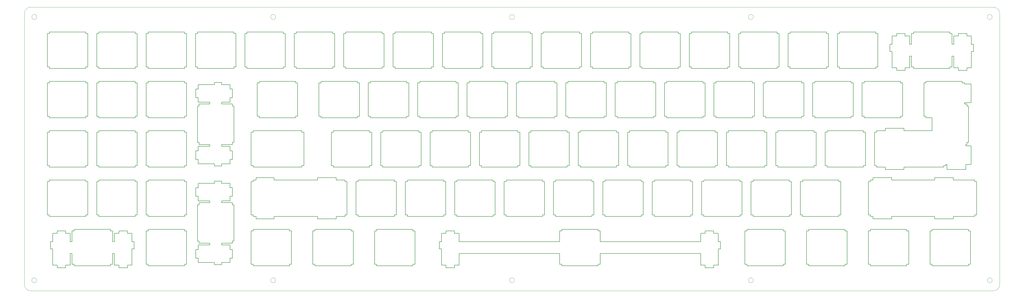
<source format=gbr>
%TF.GenerationSoftware,KiCad,Pcbnew,5.1.10-88a1d61d58~88~ubuntu21.04.1*%
%TF.CreationDate,2021-06-04T00:34:01+02:00*%
%TF.ProjectId,southpaw75-ansi-iso-plate,736f7574-6870-4617-9737-352d616e7369,rev?*%
%TF.SameCoordinates,Original*%
%TF.FileFunction,Legend,Bot*%
%TF.FilePolarity,Positive*%
%FSLAX46Y46*%
G04 Gerber Fmt 4.6, Leading zero omitted, Abs format (unit mm)*
G04 Created by KiCad (PCBNEW 5.1.10-88a1d61d58~88~ubuntu21.04.1) date 2021-06-04 00:34:01*
%MOMM*%
%LPD*%
G01*
G04 APERTURE LIST*
%TA.AperFunction,Profile*%
%ADD10C,0.196850*%
%TD*%
%TA.AperFunction,Profile*%
%ADD11C,0.200000*%
%TD*%
%TA.AperFunction,Profile*%
%ADD12C,0.050000*%
%TD*%
G04 APERTURE END LIST*
D10*
X109716639Y-135756997D02*
X109716639Y-136356400D01*
X108916000Y-136356400D02*
X108916000Y-149156885D01*
X108916000Y-136356400D02*
X109716639Y-136356400D01*
X109716639Y-149756266D02*
X109716639Y-149156885D01*
X109716639Y-149156885D02*
X108916000Y-149156885D01*
X128478591Y-135756997D02*
X109716639Y-135756997D01*
X128478591Y-135756997D02*
X128478591Y-136356400D01*
X129277873Y-136356400D02*
X128478591Y-136356400D01*
X129277873Y-149156885D02*
X129277873Y-136356400D01*
X128478591Y-149156885D02*
X129277873Y-149156885D01*
X128478591Y-149756266D02*
X128478591Y-149156885D01*
X128478591Y-149756266D02*
X109716639Y-149756266D01*
X145142157Y-168806474D02*
X145142157Y-168207093D01*
X141736364Y-154807205D02*
X145142157Y-154807205D01*
X134536366Y-153806816D02*
X134536366Y-154807205D01*
X141736364Y-153806816D02*
X134536366Y-153806816D01*
X141736364Y-154807205D02*
X141736364Y-153806816D01*
X134536366Y-169806777D02*
X134536366Y-168806474D01*
X141736364Y-169806777D02*
X134536366Y-169806777D01*
X117836299Y-168806474D02*
X134536366Y-168806474D01*
X109711639Y-155406500D02*
X109711639Y-154807205D01*
X109711639Y-168207093D02*
X108911000Y-168207093D01*
X145942947Y-155406500D02*
X145142157Y-155406500D01*
X117836299Y-154807205D02*
X134536366Y-154807205D01*
X109711639Y-168806474D02*
X110836310Y-168806474D01*
X145942947Y-168207093D02*
X145142157Y-168207093D01*
X145142157Y-154807205D02*
X145142157Y-155406500D01*
X145942947Y-155406500D02*
X145942947Y-168207093D01*
X141736364Y-168806474D02*
X141736364Y-169806777D01*
X110836310Y-154807205D02*
X109711639Y-154807205D01*
X117836299Y-169806777D02*
X110836310Y-169806777D01*
X117836299Y-168806474D02*
X117836299Y-169806777D01*
X110836310Y-153806816D02*
X110836310Y-154807205D01*
X117836299Y-153806816D02*
X110836310Y-153806816D01*
X117836299Y-154807205D02*
X117836299Y-153806816D01*
X110836310Y-169806777D02*
X110836310Y-168806474D01*
X109711639Y-168207093D02*
X109711639Y-168806474D01*
X109711639Y-155406500D02*
X108911000Y-155406500D01*
X108911000Y-155406500D02*
X108911000Y-168207093D01*
X141736364Y-168806474D02*
X145142157Y-168806474D01*
X356060480Y-168806474D02*
X372660446Y-168806474D01*
X388028900Y-168806474D02*
X379860423Y-168806474D01*
X347832005Y-154807205D02*
X348860482Y-154807205D01*
X347031000Y-155406500D02*
X347031000Y-168207093D01*
X356060480Y-153806816D02*
X356060480Y-154807205D01*
X348860482Y-153806816D02*
X356060480Y-153806816D01*
X348860482Y-154807205D02*
X348860482Y-153806816D01*
X356060480Y-169806777D02*
X356060480Y-168806474D01*
X348860482Y-169806777D02*
X356060480Y-169806777D01*
X379860423Y-153806816D02*
X372660446Y-153806816D01*
X379860423Y-154807205D02*
X379860423Y-153806816D01*
X347832005Y-155406500D02*
X347031000Y-155406500D01*
X388829905Y-168207028D02*
X388829905Y-155406457D01*
X388028900Y-168207028D02*
X388829905Y-168207028D01*
X388028900Y-154807162D02*
X388028900Y-154807205D01*
X388028900Y-168207028D02*
X388028900Y-168806431D01*
X379860423Y-154807205D02*
X388028900Y-154807162D01*
X347832005Y-155406500D02*
X347832005Y-154807205D01*
X347832005Y-168207093D02*
X347832005Y-168806474D01*
X388028900Y-155406457D02*
X388028900Y-154807162D01*
X348860482Y-168806474D02*
X348860482Y-169806777D01*
X372660446Y-169806777D02*
X372660446Y-168806474D01*
X379860423Y-169806777D02*
X372660446Y-169806777D01*
X379860423Y-168806474D02*
X379860423Y-169806777D01*
X372660446Y-153806816D02*
X372660446Y-154807205D01*
X347031000Y-168207093D02*
X347832005Y-168207093D01*
X372660446Y-154807205D02*
X356060480Y-154807205D01*
X348860482Y-168806474D02*
X347832005Y-168806474D01*
X388028900Y-155406457D02*
X388829905Y-155406457D01*
X385647932Y-126232017D02*
X385046936Y-126232017D01*
X385047841Y-141031643D02*
X384622437Y-141031643D01*
X353605680Y-134756651D02*
X360805657Y-134756651D01*
X353605680Y-135756997D02*
X353605680Y-134756651D01*
X371647953Y-135756997D02*
X371647953Y-130706304D01*
X360805657Y-134756651D02*
X360805657Y-135756997D01*
X360805657Y-149756266D02*
X376122413Y-149756266D01*
X376921415Y-149156282D02*
X376122413Y-149156282D01*
X371647953Y-135756997D02*
X360805657Y-135756997D01*
X386689921Y-117731670D02*
X384176944Y-117731670D01*
X385046936Y-125432627D02*
X384176944Y-125432627D01*
X384622437Y-141531569D02*
X385047841Y-141531569D01*
X369266966Y-130706304D02*
X371647953Y-130706304D01*
X383266945Y-117306438D02*
X384176944Y-117306438D01*
X384176944Y-124931668D02*
X384176944Y-125432627D01*
X353605680Y-149756266D02*
X350217004Y-149756266D01*
X384176944Y-124931668D02*
X386689921Y-124931668D01*
X385047841Y-141031643D02*
X385047841Y-140231285D01*
X377422460Y-150756978D02*
X384622437Y-150756978D01*
X384176944Y-117731670D02*
X384176944Y-117306438D01*
X369266966Y-117306438D02*
X369266966Y-116707036D01*
X350217004Y-135756997D02*
X353605680Y-135756997D01*
X350217004Y-149156885D02*
X350217004Y-149756266D01*
X376921415Y-148731567D02*
X376921415Y-149156282D01*
X377422460Y-148731567D02*
X376921415Y-148731567D01*
X384622437Y-141531569D02*
X384622437Y-141031643D01*
X386689921Y-124931668D02*
X386689921Y-117731670D01*
X385046936Y-125432627D02*
X385046936Y-126232017D01*
X385647932Y-140231285D02*
X385047841Y-140231285D01*
X386689921Y-148731567D02*
X386689921Y-141531569D01*
X368465962Y-117306438D02*
X368465962Y-130106923D01*
X350217004Y-136356400D02*
X349416000Y-136356400D01*
X368465962Y-117306438D02*
X369266966Y-117306438D01*
X353605680Y-149756266D02*
X353605680Y-150756612D01*
X376122413Y-149156282D02*
X376122413Y-149756266D01*
X369266966Y-116707036D02*
X383266945Y-116707036D01*
X350217004Y-136356400D02*
X350217004Y-135756997D01*
X383266945Y-116707036D02*
X383266945Y-117306438D01*
X377422460Y-148731567D02*
X377422460Y-149756266D01*
X377422460Y-149756266D02*
X377422460Y-150756978D01*
X386689921Y-141531569D02*
X385047841Y-141531569D01*
X349416000Y-136356400D02*
X349416000Y-149156885D01*
X385647932Y-126232017D02*
X385647932Y-140231285D01*
X384622437Y-150756978D02*
X384622437Y-148731567D01*
X349416000Y-149156885D02*
X350217004Y-149156885D01*
X353605680Y-150756612D02*
X360805657Y-150756612D01*
X360805657Y-150756612D02*
X360805657Y-149756266D01*
X384622437Y-148731567D02*
X386689921Y-148731567D01*
X369266966Y-130106923D02*
X368465962Y-130106923D01*
X369266966Y-130706304D02*
X369266966Y-130106923D01*
D11*
X147522000Y-187855860D02*
X147522000Y-187256420D01*
X133521000Y-187855860D02*
X147522000Y-187855860D01*
X133521000Y-187256420D02*
X133521000Y-187855860D01*
X132722000Y-187256420D02*
X133521000Y-187256420D01*
X132722000Y-174455800D02*
X132722000Y-187256420D01*
X133521000Y-174455800D02*
X132722000Y-174455800D01*
X133521000Y-173856400D02*
X133521000Y-174455800D01*
X171334000Y-173856400D02*
X157335000Y-173856400D01*
X171334000Y-174455800D02*
X171334000Y-173856400D01*
X172135000Y-174455800D02*
X171334000Y-174455800D01*
X172135000Y-187256420D02*
X172135000Y-174455800D01*
X171334000Y-187256420D02*
X172135000Y-187256420D01*
X171334000Y-187855860D02*
X171334000Y-187256420D01*
X157335000Y-187855860D02*
X171334000Y-187855860D01*
X157335000Y-187256420D02*
X157335000Y-187855860D01*
X156534000Y-187256420D02*
X157335000Y-187256420D01*
X156534000Y-174455800D02*
X156534000Y-187256420D01*
X157335000Y-174455800D02*
X156534000Y-174455800D01*
X157335000Y-173856400D02*
X157335000Y-174455800D01*
X314209000Y-173856400D02*
X300210000Y-173856400D01*
X314209000Y-174455800D02*
X314209000Y-173856400D01*
X315010000Y-174455800D02*
X314209000Y-174455800D01*
X315010000Y-187256420D02*
X315010000Y-174455800D01*
X314209000Y-187256420D02*
X315010000Y-187256420D01*
X314209000Y-187855860D02*
X314209000Y-187256420D01*
X300210000Y-187855860D02*
X314209000Y-187855860D01*
X300210000Y-187256420D02*
X300210000Y-187855860D01*
X299409000Y-187256420D02*
X300210000Y-187256420D01*
X299409000Y-174455800D02*
X299409000Y-187256420D01*
X300210000Y-174455800D02*
X299409000Y-174455800D01*
X300210000Y-173856400D02*
X300210000Y-174455800D01*
X338022000Y-173856400D02*
X324021000Y-173856400D01*
X338022000Y-174455800D02*
X338022000Y-173856400D01*
X338821000Y-174455800D02*
X338022000Y-174455800D01*
X338821000Y-187256420D02*
X338821000Y-174455800D01*
X338022000Y-187256420D02*
X338821000Y-187256420D01*
X338022000Y-187855860D02*
X338022000Y-187256420D01*
X324021000Y-187855860D02*
X338022000Y-187855860D01*
X324021000Y-187256420D02*
X324021000Y-187855860D01*
X323222000Y-187256420D02*
X324021000Y-187256420D01*
X323222000Y-174455800D02*
X323222000Y-187256420D01*
X324021000Y-174455800D02*
X323222000Y-174455800D01*
X324021000Y-173856400D02*
X324021000Y-174455800D01*
X361834000Y-173856400D02*
X347835000Y-173856400D01*
X361834000Y-174455800D02*
X361834000Y-173856400D01*
X362635000Y-174455800D02*
X361834000Y-174455800D01*
X362635000Y-187256420D02*
X362635000Y-174455800D01*
X361834000Y-187256420D02*
X362635000Y-187256420D01*
X361834000Y-187855860D02*
X361834000Y-187256420D01*
X347835000Y-187855860D02*
X361834000Y-187855860D01*
X347835000Y-187256420D02*
X347835000Y-187855860D01*
X347034000Y-187256420D02*
X347835000Y-187256420D01*
X347034000Y-174455800D02*
X347034000Y-187256420D01*
X347835000Y-174455800D02*
X347034000Y-174455800D01*
X347835000Y-173856400D02*
X347835000Y-174455800D01*
X385647000Y-173856400D02*
X371646000Y-173856400D01*
X385647000Y-174455800D02*
X385647000Y-173856400D01*
X386448000Y-174455800D02*
X385647000Y-174455800D01*
X386448000Y-187256420D02*
X386448000Y-174455800D01*
X385647000Y-187256420D02*
X386448000Y-187256420D01*
X385647000Y-187855860D02*
X385647000Y-187256420D01*
X371646000Y-187855860D02*
X385647000Y-187855860D01*
X371646000Y-187256420D02*
X371646000Y-187855860D01*
X370847000Y-187256420D02*
X371646000Y-187256420D01*
X370847000Y-174455800D02*
X370847000Y-187256420D01*
X371646000Y-174455800D02*
X370847000Y-174455800D01*
X371646000Y-173856400D02*
X371646000Y-174455800D01*
X54653100Y-173856400D02*
X40653700Y-173856400D01*
X54653100Y-174455800D02*
X54653100Y-173856400D01*
X55453800Y-174455800D02*
X54653100Y-174455800D01*
X55453800Y-178556900D02*
X55453800Y-174455800D01*
X56178600Y-178556900D02*
X55453800Y-178556900D01*
X56178600Y-175326700D02*
X56178600Y-178556900D01*
X57903900Y-175326700D02*
X56178600Y-175326700D01*
X57903900Y-174404800D02*
X57903900Y-175326700D01*
X61203000Y-174404800D02*
X57903900Y-174404800D01*
X61203000Y-175326700D02*
X61203000Y-174404800D01*
X62928300Y-175326700D02*
X61203000Y-175326700D01*
X62928300Y-178556900D02*
X62928300Y-175326700D01*
X63753700Y-178556900D02*
X62928300Y-178556900D01*
X63753700Y-181355660D02*
X63753700Y-178556900D01*
X62928300Y-181355660D02*
X63753700Y-181355660D01*
X62928300Y-187625730D02*
X62928300Y-181355660D01*
X61203000Y-187625730D02*
X62928300Y-187625730D01*
X61203000Y-188606890D02*
X61203000Y-187625730D01*
X100809000Y-119681400D02*
X100809000Y-117956300D01*
X101728400Y-119681400D02*
X100809000Y-119681400D01*
X101728400Y-122980600D02*
X101728400Y-119681400D01*
X100809000Y-122980600D02*
X101728400Y-122980600D01*
X100809000Y-124706001D02*
X100809000Y-122980600D01*
X97579000Y-124706001D02*
X100809000Y-124706001D01*
X97579000Y-125430600D02*
X97579000Y-124706001D01*
X101678600Y-125430600D02*
X97579000Y-125430600D01*
X101678600Y-126231400D02*
X101678600Y-125430600D01*
X102278000Y-126231400D02*
X101678600Y-126231400D01*
X102278000Y-140230700D02*
X102278000Y-126231400D01*
X101678600Y-140230700D02*
X102278000Y-140230700D01*
X101678600Y-141031500D02*
X101678600Y-140230700D01*
X97579000Y-141031500D02*
X101678600Y-141031500D01*
X97579000Y-141756500D02*
X97579000Y-141031500D01*
X100809000Y-141756500D02*
X97579000Y-141756500D01*
X100809000Y-143481600D02*
X100809000Y-141756500D01*
X101728400Y-143481600D02*
X100809000Y-143481600D01*
X101728400Y-146780800D02*
X101728400Y-143481600D01*
X100809000Y-146780800D02*
X101728400Y-146780800D01*
X100809000Y-148505800D02*
X100809000Y-146780800D01*
X97579000Y-148505800D02*
X100809000Y-148505800D01*
X97579000Y-149331300D02*
X97579000Y-148505800D01*
X94778999Y-149331300D02*
X97579000Y-149331300D01*
X94778999Y-148505800D02*
X94778999Y-149331300D01*
X88508700Y-148505800D02*
X94778999Y-148505800D01*
X88508700Y-146780800D02*
X88508700Y-148505800D01*
X87529100Y-146780800D02*
X88508700Y-146780800D01*
X87529100Y-143481600D02*
X87529100Y-146780800D01*
X88508700Y-143481600D02*
X87529100Y-143481600D01*
X88508700Y-141756500D02*
X88508700Y-143481600D01*
X92979100Y-141756500D02*
X88508700Y-141756500D01*
X92979100Y-141031500D02*
X92979100Y-141756500D01*
X88878100Y-141031500D02*
X92979100Y-141031500D01*
X88878100Y-140230700D02*
X88878100Y-141031500D01*
X88278700Y-140230700D02*
X88878100Y-140230700D01*
X88278700Y-126231400D02*
X88278700Y-140230700D01*
X88878100Y-126231400D02*
X88278700Y-126231400D01*
X88878100Y-125430600D02*
X88878100Y-126231400D01*
X92979100Y-125430600D02*
X88878100Y-125430600D01*
X92979100Y-124706001D02*
X92979100Y-125430600D01*
X88508700Y-124706001D02*
X92979100Y-124706001D01*
X88508700Y-122980600D02*
X88508700Y-124706001D01*
X87529100Y-122980600D02*
X88508700Y-122980600D01*
X87529100Y-119681400D02*
X87529100Y-122980600D01*
X88508700Y-119681400D02*
X87529100Y-119681400D01*
X88508700Y-117956300D02*
X88508700Y-119681400D01*
X94778999Y-117956300D02*
X88508700Y-117956300D01*
X94778999Y-117130800D02*
X94778999Y-117956300D01*
X45128200Y-135756400D02*
X31128650Y-135756400D01*
X45128200Y-136355800D02*
X45128200Y-135756400D01*
X45928800Y-136355800D02*
X45128200Y-136355800D01*
X45928800Y-149156400D02*
X45928800Y-136355800D01*
X45128200Y-149156400D02*
X45928800Y-149156400D01*
X45128200Y-149755700D02*
X45128200Y-149156400D01*
X31128650Y-149755700D02*
X45128200Y-149755700D01*
X31128650Y-149156400D02*
X31128650Y-149755700D01*
X30328010Y-149156400D02*
X31128650Y-149156400D01*
X30328010Y-136355800D02*
X30328010Y-149156400D01*
X31128650Y-136355800D02*
X30328010Y-136355800D01*
X31128650Y-135756400D02*
X31128650Y-136355800D01*
X64178000Y-135756400D02*
X50178700Y-135756400D01*
X64178000Y-136355800D02*
X64178000Y-135756400D01*
X64978800Y-136355800D02*
X64178000Y-136355800D01*
X64978800Y-149156400D02*
X64978800Y-136355800D01*
X64178000Y-149156400D02*
X64978800Y-149156400D01*
X64178000Y-149755700D02*
X64178000Y-149156400D01*
X50178700Y-149755700D02*
X64178000Y-149755700D01*
X50178700Y-149156400D02*
X50178700Y-149755700D01*
X49378000Y-149156400D02*
X50178700Y-149156400D01*
X49378000Y-136355800D02*
X49378000Y-149156400D01*
X50178700Y-136355800D02*
X49378000Y-136355800D01*
X50178700Y-135756400D02*
X50178700Y-136355800D01*
X83228000Y-135756400D02*
X69228700Y-135756400D01*
X83228000Y-136355800D02*
X83228000Y-135756400D01*
X84028800Y-136355800D02*
X83228000Y-136355800D01*
X84028800Y-149156400D02*
X84028800Y-136355800D01*
X83228000Y-149156400D02*
X84028800Y-149156400D01*
X83228000Y-149755700D02*
X83228000Y-149156400D01*
X69228700Y-149755700D02*
X83228000Y-149755700D01*
X69228700Y-149156400D02*
X69228700Y-149755700D01*
X68427900Y-149156400D02*
X69228700Y-149156400D01*
X68427900Y-136355800D02*
X68427900Y-149156400D01*
X69228700Y-136355800D02*
X68427900Y-136355800D01*
X69228700Y-135756400D02*
X69228700Y-136355800D01*
X154666000Y-135756400D02*
X140666000Y-135756400D01*
X154666000Y-136355800D02*
X154666000Y-135756400D01*
X155465000Y-136355800D02*
X154666000Y-136355800D01*
X155465000Y-149156400D02*
X155465000Y-136355800D01*
X154666000Y-149156400D02*
X155465000Y-149156400D01*
X154666000Y-149755700D02*
X154666000Y-149156400D01*
X140666000Y-149755700D02*
X154666000Y-149755700D01*
X140666000Y-149156400D02*
X140666000Y-149755700D01*
X139865000Y-149156400D02*
X140666000Y-149156400D01*
X139865000Y-136355800D02*
X139865000Y-149156400D01*
X140666000Y-136355800D02*
X139865000Y-136355800D01*
X140666000Y-135756400D02*
X140666000Y-136355800D01*
X173716000Y-135756400D02*
X159716000Y-135756400D01*
X173716000Y-136355800D02*
X173716000Y-135756400D01*
X174515000Y-136355800D02*
X173716000Y-136355800D01*
X174515000Y-149156400D02*
X174515000Y-136355800D01*
X173716000Y-149156400D02*
X174515000Y-149156400D01*
X173716000Y-149755700D02*
X173716000Y-149156400D01*
X159716000Y-149755700D02*
X173716000Y-149755700D01*
X159716000Y-149156400D02*
X159716000Y-149755700D01*
X158915000Y-149156400D02*
X159716000Y-149156400D01*
X158915000Y-136355800D02*
X158915000Y-149156400D01*
X159716000Y-136355800D02*
X158915000Y-136355800D01*
X159716000Y-135756400D02*
X159716000Y-136355800D01*
X192766000Y-135756400D02*
X178766000Y-135756400D01*
X192766000Y-136355800D02*
X192766000Y-135756400D01*
X193565000Y-136355800D02*
X192766000Y-136355800D01*
X193565000Y-149156400D02*
X193565000Y-136355800D01*
X192766000Y-149156400D02*
X193565000Y-149156400D01*
X192766000Y-149755700D02*
X192766000Y-149156400D01*
X178766000Y-149755700D02*
X192766000Y-149755700D01*
X178766000Y-149156400D02*
X178766000Y-149755700D01*
X177965000Y-149156400D02*
X178766000Y-149156400D01*
X177965000Y-136355800D02*
X177965000Y-149156400D01*
X178766000Y-136355800D02*
X177965000Y-136355800D01*
X178766000Y-135756400D02*
X178766000Y-136355800D01*
X211816000Y-135756400D02*
X197816000Y-135756400D01*
X211816000Y-136355800D02*
X211816000Y-135756400D01*
X212615000Y-136355800D02*
X211816000Y-136355800D01*
X212615000Y-149156400D02*
X212615000Y-136355800D01*
X211816000Y-149156400D02*
X212615000Y-149156400D01*
X211816000Y-149755700D02*
X211816000Y-149156400D01*
X197816000Y-149755700D02*
X211816000Y-149755700D01*
X197816000Y-149156400D02*
X197816000Y-149755700D01*
X197015000Y-149156400D02*
X197816000Y-149156400D01*
X197015000Y-136355800D02*
X197015000Y-149156400D01*
X197816000Y-136355800D02*
X197015000Y-136355800D01*
X197816000Y-135756400D02*
X197816000Y-136355800D01*
X230866000Y-135756400D02*
X216866000Y-135756400D01*
X230866000Y-136355800D02*
X230866000Y-135756400D01*
X231665000Y-136355800D02*
X230866000Y-136355800D01*
X231665000Y-149156400D02*
X231665000Y-136355800D01*
X230866000Y-149156400D02*
X231665000Y-149156400D01*
X230866000Y-149755700D02*
X230866000Y-149156400D01*
X216866000Y-149755700D02*
X230866000Y-149755700D01*
X216866000Y-149156400D02*
X216866000Y-149755700D01*
X216065000Y-149156400D02*
X216866000Y-149156400D01*
X216065000Y-136355800D02*
X216065000Y-149156400D01*
X216866000Y-136355800D02*
X216065000Y-136355800D01*
X216866000Y-135756400D02*
X216866000Y-136355800D01*
X249916000Y-135756400D02*
X235916000Y-135756400D01*
X249916000Y-136355800D02*
X249916000Y-135756400D01*
X250715000Y-136355800D02*
X249916000Y-136355800D01*
X250715000Y-149156400D02*
X250715000Y-136355800D01*
X249916000Y-149156400D02*
X250715000Y-149156400D01*
X249916000Y-149755700D02*
X249916000Y-149156400D01*
X235916000Y-149755700D02*
X249916000Y-149755700D01*
X235916000Y-149156400D02*
X235916000Y-149755700D01*
X235115000Y-149156400D02*
X235916000Y-149156400D01*
X235115000Y-136355800D02*
X235115000Y-149156400D01*
X235916000Y-136355800D02*
X235115000Y-136355800D01*
X235916000Y-135756400D02*
X235916000Y-136355800D01*
X268966000Y-135756400D02*
X254966000Y-135756400D01*
X268966000Y-136355800D02*
X268966000Y-135756400D01*
X269765000Y-136355800D02*
X268966000Y-136355800D01*
X269765000Y-149156400D02*
X269765000Y-136355800D01*
X268966000Y-149156400D02*
X269765000Y-149156400D01*
X268966000Y-149755700D02*
X268966000Y-149156400D01*
X254966000Y-149755700D02*
X268966000Y-149755700D01*
X254966000Y-149156400D02*
X254966000Y-149755700D01*
X254165000Y-149156400D02*
X254966000Y-149156400D01*
X254165000Y-136355800D02*
X254165000Y-149156400D01*
X254966000Y-136355800D02*
X254165000Y-136355800D01*
X254966000Y-135756400D02*
X254966000Y-136355800D01*
X288016000Y-135756400D02*
X274016000Y-135756400D01*
X288016000Y-136355800D02*
X288016000Y-135756400D01*
X288814999Y-136355800D02*
X288016000Y-136355800D01*
X288814999Y-149156400D02*
X288814999Y-136355800D01*
X288016000Y-149156400D02*
X288814999Y-149156400D01*
X288016000Y-149755700D02*
X288016000Y-149156400D01*
X274016000Y-149755700D02*
X288016000Y-149755700D01*
X274016000Y-149156400D02*
X274016000Y-149755700D01*
X273215000Y-149156400D02*
X274016000Y-149156400D01*
X273215000Y-136355800D02*
X273215000Y-149156400D01*
X274016000Y-136355800D02*
X273215000Y-136355800D01*
X274016000Y-135756400D02*
X274016000Y-136355800D01*
X307066000Y-135756400D02*
X293066000Y-135756400D01*
X307066000Y-136355800D02*
X307066000Y-135756400D01*
X307865000Y-136355800D02*
X307066000Y-136355800D01*
X307865000Y-149156400D02*
X307865000Y-136355800D01*
X307066000Y-149156400D02*
X307865000Y-149156400D01*
X307066000Y-149755700D02*
X307066000Y-149156400D01*
X293066000Y-149755700D02*
X307066000Y-149755700D01*
X293066000Y-149156400D02*
X293066000Y-149755700D01*
X292264999Y-149156400D02*
X293066000Y-149156400D01*
X292264999Y-136355800D02*
X292264999Y-149156400D01*
X293066000Y-136355800D02*
X292264999Y-136355800D01*
X293066000Y-135756400D02*
X293066000Y-136355800D01*
X326116000Y-135756400D02*
X312116000Y-135756400D01*
X326116000Y-136355800D02*
X326116000Y-135756400D01*
X326915000Y-136355800D02*
X326116000Y-136355800D01*
X326915000Y-149156400D02*
X326915000Y-136355800D01*
X326116000Y-149156400D02*
X326915000Y-149156400D01*
X326116000Y-149755700D02*
X326116000Y-149156400D01*
X312116000Y-149755700D02*
X326116000Y-149755700D01*
X312116000Y-149156400D02*
X312116000Y-149755700D01*
X311315000Y-149156400D02*
X312116000Y-149156400D01*
X311315000Y-136355800D02*
X311315000Y-149156400D01*
X312116000Y-136355800D02*
X311315000Y-136355800D01*
X312116000Y-135756400D02*
X312116000Y-136355800D01*
X345166000Y-135756400D02*
X331166000Y-135756400D01*
X345166000Y-136355800D02*
X345166000Y-135756400D01*
X345965000Y-136355800D02*
X345166000Y-136355800D01*
X345965000Y-149156400D02*
X345965000Y-136355800D01*
X345166000Y-149156400D02*
X345965000Y-149156400D01*
X345166000Y-149755700D02*
X345166000Y-149156400D01*
X331166000Y-149755700D02*
X345166000Y-149755700D01*
X331166000Y-149156400D02*
X331166000Y-149755700D01*
X330365000Y-149156400D02*
X331166000Y-149156400D01*
X330365000Y-136355800D02*
X330365000Y-149156400D01*
X331166000Y-136355800D02*
X330365000Y-136355800D01*
X331166000Y-135756400D02*
X331166000Y-136355800D01*
X311828000Y-111056400D02*
X312629000Y-111056400D01*
X311828000Y-111655700D02*
X311828000Y-111056400D01*
X297829000Y-111655700D02*
X311828000Y-111655700D01*
X297829000Y-111056400D02*
X297829000Y-111655700D01*
X297028000Y-111056400D02*
X297829000Y-111056400D01*
X297028000Y-98255800D02*
X297028000Y-111056400D01*
X297829000Y-98255800D02*
X297028000Y-98255800D01*
X297829000Y-97656400D02*
X297829000Y-98255800D01*
X330878000Y-97656400D02*
X316879000Y-97656400D01*
X330878000Y-98255800D02*
X330878000Y-97656400D01*
X331679000Y-98255800D02*
X330878000Y-98255800D01*
X331679000Y-111056400D02*
X331679000Y-98255800D01*
X330878000Y-111056400D02*
X331679000Y-111056400D01*
X330878000Y-111655700D02*
X330878000Y-111056400D01*
X316879000Y-111655700D02*
X330878000Y-111655700D01*
X316879000Y-111056400D02*
X316879000Y-111655700D01*
X316078000Y-111056400D02*
X316879000Y-111056400D01*
X316078000Y-98255800D02*
X316078000Y-111056400D01*
X316879000Y-98255800D02*
X316078000Y-98255800D01*
X316879000Y-97656400D02*
X316879000Y-98255800D01*
X349928000Y-97656400D02*
X335929000Y-97656400D01*
X349928000Y-98255800D02*
X349928000Y-97656400D01*
X350729000Y-98255800D02*
X349928000Y-98255800D01*
X350729000Y-111056400D02*
X350729000Y-98255800D01*
X349928000Y-111056400D02*
X350729000Y-111056400D01*
X349928000Y-111655700D02*
X349928000Y-111056400D01*
X335929000Y-111655700D02*
X349928000Y-111655700D01*
X335929000Y-111056400D02*
X335929000Y-111655700D01*
X335128000Y-111056400D02*
X335929000Y-111056400D01*
X335128000Y-98255800D02*
X335128000Y-111056400D01*
X335929000Y-98255800D02*
X335128000Y-98255800D01*
X335929000Y-97656400D02*
X335929000Y-98255800D01*
X378503000Y-97656400D02*
X364504000Y-97656400D01*
X378503000Y-98255800D02*
X378503000Y-97656400D01*
X379304000Y-98255800D02*
X378503000Y-98255800D01*
X379304000Y-102356900D02*
X379304000Y-98255800D01*
X380029000Y-102356900D02*
X379304000Y-102356900D01*
X380029000Y-99126800D02*
X380029000Y-102356900D01*
X381752000Y-99126800D02*
X380029000Y-99126800D01*
X381752000Y-98204700D02*
X381752000Y-99126800D01*
X385054000Y-98204700D02*
X381752000Y-98204700D01*
X385054000Y-99126800D02*
X385054000Y-98204700D01*
X386780000Y-99126800D02*
X385054000Y-99126800D01*
X386780000Y-102356900D02*
X386780000Y-99126800D01*
X387605000Y-102356900D02*
X386780000Y-102356900D01*
X387605000Y-105155800D02*
X387605000Y-102356900D01*
X386780000Y-105155800D02*
X387605000Y-105155800D01*
X386780000Y-111425700D02*
X386780000Y-105155800D01*
X385054000Y-111425700D02*
X386780000Y-111425700D01*
X385054000Y-112406800D02*
X385054000Y-111425700D01*
X381752000Y-112406800D02*
X385054000Y-112406800D01*
X381752000Y-111425700D02*
X381752000Y-112406800D01*
X380029000Y-111425700D02*
X381752000Y-111425700D01*
X380029000Y-106956700D02*
X380029000Y-111425700D01*
X379304000Y-106956700D02*
X380029000Y-106956700D01*
X379304000Y-111056400D02*
X379304000Y-106956700D01*
X378503000Y-111056400D02*
X379304000Y-111056400D01*
X378503000Y-111655700D02*
X378503000Y-111056400D01*
X364504000Y-111655700D02*
X378503000Y-111655700D01*
X364504000Y-111056400D02*
X364504000Y-111655700D01*
X363703000Y-111056400D02*
X364504000Y-111056400D01*
X363703000Y-106956700D02*
X363703000Y-111056400D01*
X362978000Y-106956700D02*
X363703000Y-106956700D01*
X362978000Y-111425700D02*
X362978000Y-106956700D01*
X361253000Y-111425700D02*
X362978000Y-111425700D01*
X361253000Y-112406800D02*
X361253000Y-111425700D01*
X357954000Y-112406800D02*
X361253000Y-112406800D01*
X357954000Y-111425700D02*
X357954000Y-112406800D01*
X356229000Y-111425700D02*
X357954000Y-111425700D01*
X356229000Y-105155800D02*
X356229000Y-111425700D01*
X355403000Y-105155800D02*
X356229000Y-105155800D01*
X355403000Y-102356900D02*
X355403000Y-105155800D01*
X356229000Y-102356900D02*
X355403000Y-102356900D01*
X356229000Y-99126800D02*
X356229000Y-102356900D01*
X357954000Y-99126800D02*
X356229000Y-99126800D01*
X357954000Y-98204700D02*
X357954000Y-99126800D01*
X361253000Y-98204700D02*
X357954000Y-98204700D01*
X361253000Y-99126800D02*
X361253000Y-98204700D01*
X362978000Y-99126800D02*
X361253000Y-99126800D01*
X362978000Y-102356900D02*
X362978000Y-99126800D01*
X363703000Y-102356900D02*
X362978000Y-102356900D01*
X363703000Y-98255800D02*
X363703000Y-102356900D01*
X364504000Y-98255800D02*
X363703000Y-98255800D01*
X364504000Y-97656400D02*
X364504000Y-98255800D01*
X45128200Y-116706400D02*
X31128650Y-116706400D01*
X45128200Y-117305800D02*
X45128200Y-116706400D01*
X45928800Y-117305800D02*
X45128200Y-117305800D01*
X45928800Y-130106400D02*
X45928800Y-117305800D01*
X45128200Y-130106400D02*
X45928800Y-130106400D01*
X45128200Y-130705700D02*
X45128200Y-130106400D01*
X31128650Y-130705700D02*
X45128200Y-130705700D01*
X31128650Y-130106400D02*
X31128650Y-130705700D01*
X30328010Y-130106400D02*
X31128650Y-130106400D01*
X30328010Y-117305800D02*
X30328010Y-130106400D01*
X31128650Y-117305800D02*
X30328010Y-117305800D01*
X31128650Y-116706400D02*
X31128650Y-117305800D01*
X64178000Y-116706400D02*
X50178700Y-116706400D01*
X64178000Y-117305800D02*
X64178000Y-116706400D01*
X64978800Y-117305800D02*
X64178000Y-117305800D01*
X64978800Y-130106400D02*
X64978800Y-117305800D01*
X64178000Y-130106400D02*
X64978800Y-130106400D01*
X64178000Y-130705700D02*
X64178000Y-130106400D01*
X50178700Y-130705700D02*
X64178000Y-130705700D01*
X50178700Y-130106400D02*
X50178700Y-130705700D01*
X49378000Y-130106400D02*
X50178700Y-130106400D01*
X49378000Y-117305800D02*
X49378000Y-130106400D01*
X50178700Y-117305800D02*
X49378000Y-117305800D01*
X50178700Y-116706400D02*
X50178700Y-117305800D01*
X83228000Y-116706400D02*
X69228700Y-116706400D01*
X83228000Y-117305800D02*
X83228000Y-116706400D01*
X84028800Y-117305800D02*
X83228000Y-117305800D01*
X84028800Y-130106400D02*
X84028800Y-117305800D01*
X83228000Y-130106400D02*
X84028800Y-130106400D01*
X83228000Y-130705700D02*
X83228000Y-130106400D01*
X69228700Y-130705700D02*
X83228000Y-130705700D01*
X69228700Y-130106400D02*
X69228700Y-130705700D01*
X68427900Y-130106400D02*
X69228700Y-130106400D01*
X68427900Y-117305800D02*
X68427900Y-130106400D01*
X69228700Y-117305800D02*
X68427900Y-117305800D01*
X69228700Y-116706400D02*
X69228700Y-117305800D01*
X126090500Y-116706400D02*
X112091200Y-116706400D01*
X126090500Y-117305800D02*
X126090500Y-116706400D01*
X126889900Y-117305800D02*
X126090500Y-117305800D01*
X126889900Y-130106400D02*
X126889900Y-117305800D01*
X126090500Y-130106400D02*
X126889900Y-130106400D01*
X126090500Y-130705700D02*
X126090500Y-130106400D01*
X112091200Y-130705700D02*
X126090500Y-130705700D01*
X112091200Y-130106400D02*
X112091200Y-130705700D01*
X111290400Y-130106400D02*
X112091200Y-130106400D01*
X111290400Y-117305800D02*
X111290400Y-130106400D01*
X112091200Y-117305800D02*
X111290400Y-117305800D01*
X112091200Y-116706400D02*
X112091200Y-117305800D01*
X149903000Y-116706400D02*
X135904000Y-116706400D01*
X149903000Y-117305800D02*
X149903000Y-116706400D01*
X150704000Y-117305800D02*
X149903000Y-117305800D01*
X150704000Y-130106400D02*
X150704000Y-117305800D01*
X149903000Y-130106400D02*
X150704000Y-130106400D01*
X149903000Y-130705700D02*
X149903000Y-130106400D01*
X135904000Y-130705700D02*
X149903000Y-130705700D01*
X135904000Y-130106400D02*
X135904000Y-130705700D01*
X135103000Y-130106400D02*
X135904000Y-130106400D01*
X135103000Y-117305800D02*
X135103000Y-130106400D01*
X135904000Y-117305800D02*
X135103000Y-117305800D01*
X135904000Y-116706400D02*
X135904000Y-117305800D01*
X168953000Y-116706400D02*
X154954000Y-116706400D01*
X168953000Y-117305800D02*
X168953000Y-116706400D01*
X169754000Y-117305800D02*
X168953000Y-117305800D01*
X45128200Y-154806500D02*
X31128650Y-154806500D01*
X45128200Y-155405800D02*
X45128200Y-154806500D01*
X45928800Y-155405800D02*
X45128200Y-155405800D01*
X45928800Y-168206400D02*
X45928800Y-155405800D01*
X45128200Y-168206400D02*
X45928800Y-168206400D01*
X45128200Y-168805900D02*
X45128200Y-168206400D01*
X31128650Y-168805900D02*
X45128200Y-168805900D01*
X31128650Y-168206400D02*
X31128650Y-168805900D01*
X30328010Y-168206400D02*
X31128650Y-168206400D01*
X30328010Y-155405800D02*
X30328010Y-168206400D01*
X31128650Y-155405800D02*
X30328010Y-155405800D01*
X31128650Y-154806500D02*
X31128650Y-155405800D01*
X64178000Y-154806500D02*
X50178700Y-154806500D01*
X64178000Y-155405800D02*
X64178000Y-154806500D01*
X64978800Y-155405800D02*
X64178000Y-155405800D01*
X64978800Y-168206400D02*
X64978800Y-155405800D01*
X64178000Y-168206400D02*
X64978800Y-168206400D01*
X64178000Y-168805900D02*
X64178000Y-168206400D01*
X50178700Y-168805900D02*
X64178000Y-168805900D01*
X50178700Y-168206400D02*
X50178700Y-168805900D01*
X49378000Y-168206400D02*
X50178700Y-168206400D01*
X49378000Y-155405800D02*
X49378000Y-168206400D01*
X50178700Y-155405800D02*
X49378000Y-155405800D01*
X50178700Y-154806500D02*
X50178700Y-155405800D01*
X83228000Y-154806500D02*
X69228700Y-154806500D01*
X83228000Y-155405800D02*
X83228000Y-154806500D01*
X84028800Y-155405800D02*
X83228000Y-155405800D01*
X84028800Y-168206400D02*
X84028800Y-155405800D01*
X83228000Y-168206400D02*
X84028800Y-168206400D01*
X83228000Y-168805900D02*
X83228000Y-168206400D01*
X69228700Y-168805900D02*
X83228000Y-168805900D01*
X69228700Y-168206400D02*
X69228700Y-168805900D01*
X68427900Y-168206400D02*
X69228700Y-168206400D01*
X68427900Y-155405800D02*
X68427900Y-168206400D01*
X69228700Y-155405800D02*
X68427900Y-155405800D01*
X69228700Y-154806500D02*
X69228700Y-155405800D01*
X164191000Y-154806500D02*
X150191000Y-154806500D01*
X164191000Y-155405800D02*
X164191000Y-154806500D01*
X164990000Y-155405800D02*
X164191000Y-155405800D01*
X164990000Y-168206400D02*
X164990000Y-155405800D01*
X164191000Y-168206400D02*
X164990000Y-168206400D01*
X164191000Y-168805900D02*
X164191000Y-168206400D01*
X150191000Y-168805900D02*
X164191000Y-168805900D01*
X150191000Y-168206400D02*
X150191000Y-168805900D01*
X149390000Y-168206400D02*
X150191000Y-168206400D01*
X149390000Y-155405800D02*
X149390000Y-168206400D01*
X150191000Y-155405800D02*
X149390000Y-155405800D01*
X150191000Y-154806500D02*
X150191000Y-155405800D01*
X183241000Y-154806500D02*
X169241000Y-154806500D01*
X183241000Y-155405800D02*
X183241000Y-154806500D01*
X184040000Y-155405800D02*
X183241000Y-155405800D01*
X184040000Y-168206400D02*
X184040000Y-155405800D01*
X183241000Y-168206400D02*
X184040000Y-168206400D01*
X183241000Y-168805900D02*
X183241000Y-168206400D01*
X169241000Y-168805900D02*
X183241000Y-168805900D01*
X169241000Y-168206400D02*
X169241000Y-168805900D01*
X168440000Y-168206400D02*
X169241000Y-168206400D01*
X168440000Y-155405800D02*
X168440000Y-168206400D01*
X169241000Y-155405800D02*
X168440000Y-155405800D01*
X169241000Y-154806500D02*
X169241000Y-155405800D01*
X202291000Y-154806500D02*
X188291000Y-154806500D01*
X202291000Y-155405800D02*
X202291000Y-154806500D01*
X203090000Y-155405800D02*
X202291000Y-155405800D01*
X203090000Y-168206400D02*
X203090000Y-155405800D01*
X202291000Y-168206400D02*
X203090000Y-168206400D01*
X202291000Y-168805900D02*
X202291000Y-168206400D01*
X188291000Y-168805900D02*
X202291000Y-168805900D01*
X188291000Y-168206400D02*
X188291000Y-168805900D01*
X187490000Y-168206400D02*
X188291000Y-168206400D01*
X187490000Y-155405800D02*
X187490000Y-168206400D01*
X188291000Y-155405800D02*
X187490000Y-155405800D01*
X188291000Y-154806500D02*
X188291000Y-155405800D01*
X221341000Y-154806500D02*
X207341000Y-154806500D01*
X221341000Y-155405800D02*
X221341000Y-154806500D01*
X222140000Y-155405800D02*
X221341000Y-155405800D01*
X222140000Y-168206400D02*
X222140000Y-155405800D01*
X221341000Y-168206400D02*
X222140000Y-168206400D01*
X221341000Y-168805900D02*
X221341000Y-168206400D01*
X207341000Y-168805900D02*
X221341000Y-168805900D01*
X207341000Y-168206400D02*
X207341000Y-168805900D01*
X206540000Y-168206400D02*
X207341000Y-168206400D01*
X206540000Y-155405800D02*
X206540000Y-168206400D01*
X207341000Y-155405800D02*
X206540000Y-155405800D01*
X207341000Y-154806500D02*
X207341000Y-155405800D01*
X240391000Y-154806500D02*
X226391000Y-154806500D01*
X240391000Y-155405800D02*
X240391000Y-154806500D01*
X241190000Y-155405800D02*
X240391000Y-155405800D01*
X241190000Y-168206400D02*
X241190000Y-155405800D01*
X240391000Y-168206400D02*
X241190000Y-168206400D01*
X240391000Y-168805900D02*
X240391000Y-168206400D01*
X226391000Y-168805900D02*
X240391000Y-168805900D01*
X226391000Y-168206400D02*
X226391000Y-168805900D01*
X225590000Y-168206400D02*
X226391000Y-168206400D01*
X225590000Y-155405800D02*
X225590000Y-168206400D01*
X226391000Y-155405800D02*
X225590000Y-155405800D01*
X226391000Y-154806500D02*
X226391000Y-155405800D01*
X259441000Y-154806500D02*
X245441000Y-154806500D01*
X259441000Y-155405800D02*
X259441000Y-154806500D01*
X260240000Y-155405800D02*
X259441000Y-155405800D01*
X260240000Y-168206400D02*
X260240000Y-155405800D01*
X259441000Y-168206400D02*
X260240000Y-168206400D01*
X259441000Y-168805900D02*
X259441000Y-168206400D01*
X245441000Y-168805900D02*
X259441000Y-168805900D01*
X245441000Y-168206400D02*
X245441000Y-168805900D01*
X244640000Y-168206400D02*
X245441000Y-168206400D01*
X244640000Y-155405800D02*
X244640000Y-168206400D01*
X245441000Y-155405800D02*
X244640000Y-155405800D01*
X245441000Y-154806500D02*
X245441000Y-155405800D01*
X278491000Y-154806500D02*
X264491000Y-154806500D01*
X278491000Y-155405800D02*
X278491000Y-154806500D01*
X279290000Y-155405800D02*
X278491000Y-155405800D01*
X279290000Y-168206400D02*
X279290000Y-155405800D01*
X278491000Y-168206400D02*
X279290000Y-168206400D01*
X228771000Y-174455800D02*
X227972000Y-174455800D01*
X83228000Y-97656400D02*
X69228700Y-97656400D01*
X83228000Y-98255800D02*
X83228000Y-97656400D01*
X84028800Y-98255800D02*
X83228000Y-98255800D01*
X84028800Y-111056400D02*
X84028800Y-98255800D01*
X83228000Y-111056400D02*
X84028800Y-111056400D01*
X83228000Y-111655700D02*
X83228000Y-111056400D01*
X69228700Y-111655700D02*
X83228000Y-111655700D01*
X69228700Y-111056400D02*
X69228700Y-111655700D01*
X68427900Y-111056400D02*
X69228700Y-111056400D01*
X68427900Y-98255800D02*
X68427900Y-111056400D01*
X69228700Y-98255800D02*
X68427900Y-98255800D01*
X69228700Y-97656400D02*
X69228700Y-98255800D01*
X102278000Y-97656400D02*
X88278700Y-97656400D01*
X102278000Y-98255800D02*
X102278000Y-97656400D01*
X103078800Y-98255800D02*
X102278000Y-98255800D01*
X103078800Y-111056400D02*
X103078800Y-98255800D01*
X102278000Y-111056400D02*
X103078800Y-111056400D01*
X102278000Y-111655700D02*
X102278000Y-111056400D01*
X88278700Y-111655700D02*
X102278000Y-111655700D01*
X88278700Y-111056400D02*
X88278700Y-111655700D01*
X87477900Y-111056400D02*
X88278700Y-111056400D01*
X87477900Y-98255800D02*
X87477900Y-111056400D01*
X88278700Y-98255800D02*
X87477900Y-98255800D01*
X88278700Y-97656400D02*
X88278700Y-98255800D01*
X121328000Y-97656400D02*
X107328700Y-97656400D01*
X121328000Y-98255800D02*
X121328000Y-97656400D01*
X122127400Y-98255800D02*
X121328000Y-98255800D01*
X122127400Y-111056400D02*
X122127400Y-98255800D01*
X121328000Y-111056400D02*
X122127400Y-111056400D01*
X121328000Y-111655700D02*
X121328000Y-111056400D01*
X107328700Y-111655700D02*
X121328000Y-111655700D01*
X107328700Y-111056400D02*
X107328700Y-111655700D01*
X106527900Y-111056400D02*
X107328700Y-111056400D01*
X106527900Y-98255800D02*
X106527900Y-111056400D01*
X107328700Y-98255800D02*
X106527900Y-98255800D01*
X107328700Y-97656400D02*
X107328700Y-98255800D01*
X140378000Y-97656400D02*
X126377300Y-97656400D01*
X140378000Y-98255800D02*
X140378000Y-97656400D01*
X141177000Y-98255800D02*
X140378000Y-98255800D01*
X141177000Y-111056400D02*
X141177000Y-98255800D01*
X140378000Y-111056400D02*
X141177000Y-111056400D01*
X140378000Y-111655700D02*
X140378000Y-111056400D01*
X126377300Y-111655700D02*
X140378000Y-111655700D01*
X126377300Y-111056400D02*
X126377300Y-111655700D01*
X125577900Y-111056400D02*
X126377300Y-111056400D01*
X125577900Y-98255800D02*
X125577900Y-111056400D01*
X126377300Y-98255800D02*
X125577900Y-98255800D01*
X126377300Y-97656400D02*
X126377300Y-98255800D01*
X159428000Y-97656400D02*
X145427000Y-97656400D01*
X159428000Y-98255800D02*
X159428000Y-97656400D01*
X160229000Y-98255800D02*
X159428000Y-98255800D01*
X160229000Y-111056400D02*
X160229000Y-98255800D01*
X159428000Y-111056400D02*
X160229000Y-111056400D01*
X159428000Y-111655700D02*
X159428000Y-111056400D01*
X145427000Y-111655700D02*
X159428000Y-111655700D01*
X145427000Y-111056400D02*
X145427000Y-111655700D01*
X144628000Y-111056400D02*
X145427000Y-111056400D01*
X144628000Y-98255800D02*
X144628000Y-111056400D01*
X145427000Y-98255800D02*
X144628000Y-98255800D01*
X145427000Y-97656400D02*
X145427000Y-98255800D01*
X178478000Y-97656400D02*
X164479000Y-97656400D01*
X178478000Y-98255800D02*
X178478000Y-97656400D01*
X179279000Y-98255800D02*
X178478000Y-98255800D01*
X179279000Y-111056400D02*
X179279000Y-98255800D01*
X178478000Y-111056400D02*
X179279000Y-111056400D01*
X178478000Y-111655700D02*
X178478000Y-111056400D01*
X164479000Y-111655700D02*
X178478000Y-111655700D01*
X164479000Y-111056400D02*
X164479000Y-111655700D01*
X163678000Y-111056400D02*
X164479000Y-111056400D01*
X163678000Y-98255800D02*
X163678000Y-111056400D01*
X164479000Y-98255800D02*
X163678000Y-98255800D01*
X164479000Y-97656400D02*
X164479000Y-98255800D01*
X197528000Y-97656400D02*
X183529000Y-97656400D01*
X197528000Y-98255800D02*
X197528000Y-97656400D01*
X198329000Y-98255800D02*
X197528000Y-98255800D01*
X198329000Y-111056400D02*
X198329000Y-98255800D01*
X197528000Y-111056400D02*
X198329000Y-111056400D01*
X197528000Y-111655700D02*
X197528000Y-111056400D01*
X183529000Y-111655700D02*
X197528000Y-111655700D01*
X183529000Y-111056400D02*
X183529000Y-111655700D01*
X182728000Y-111056400D02*
X183529000Y-111056400D01*
X182728000Y-98255800D02*
X182728000Y-111056400D01*
X183529000Y-98255800D02*
X182728000Y-98255800D01*
X183529000Y-97656400D02*
X183529000Y-98255800D01*
X216578000Y-97656400D02*
X202579000Y-97656400D01*
X216578000Y-98255800D02*
X216578000Y-97656400D01*
X217379000Y-98255800D02*
X216578000Y-98255800D01*
X217379000Y-111056400D02*
X217379000Y-98255800D01*
X216578000Y-111056400D02*
X217379000Y-111056400D01*
X216578000Y-111655700D02*
X216578000Y-111056400D01*
X202579000Y-111655700D02*
X216578000Y-111655700D01*
X202579000Y-111056400D02*
X202579000Y-111655700D01*
X201778000Y-111056400D02*
X202579000Y-111056400D01*
X201778000Y-98255800D02*
X201778000Y-111056400D01*
X202579000Y-98255800D02*
X201778000Y-98255800D01*
X202579000Y-97656400D02*
X202579000Y-98255800D01*
X235628000Y-97656400D02*
X221629000Y-97656400D01*
X235628000Y-98255800D02*
X235628000Y-97656400D01*
X236429000Y-98255800D02*
X235628000Y-98255800D01*
X236429000Y-111056400D02*
X236429000Y-98255800D01*
X235628000Y-111056400D02*
X236429000Y-111056400D01*
X235628000Y-111655700D02*
X235628000Y-111056400D01*
X221629000Y-111655700D02*
X235628000Y-111655700D01*
X221629000Y-111056400D02*
X221629000Y-111655700D01*
X220828000Y-111056400D02*
X221629000Y-111056400D01*
X220828000Y-98255800D02*
X220828000Y-111056400D01*
X221629000Y-98255800D02*
X220828000Y-98255800D01*
X221629000Y-97656400D02*
X221629000Y-98255800D01*
X254678000Y-97656400D02*
X240679000Y-97656400D01*
X254678000Y-98255800D02*
X254678000Y-97656400D01*
X255479000Y-98255800D02*
X254678000Y-98255800D01*
X255479000Y-111056400D02*
X255479000Y-98255800D01*
X254678000Y-111056400D02*
X255479000Y-111056400D01*
X254678000Y-111655700D02*
X254678000Y-111056400D01*
X240679000Y-111655700D02*
X254678000Y-111655700D01*
X240679000Y-111056400D02*
X240679000Y-111655700D01*
X239878000Y-111056400D02*
X240679000Y-111056400D01*
X239878000Y-98255800D02*
X239878000Y-111056400D01*
X240679000Y-98255800D02*
X239878000Y-98255800D01*
X240679000Y-97656400D02*
X240679000Y-98255800D01*
X273728000Y-97656400D02*
X259729000Y-97656400D01*
X273728000Y-98255800D02*
X273728000Y-97656400D01*
X274529000Y-98255800D02*
X273728000Y-98255800D01*
X274529000Y-111056400D02*
X274529000Y-98255800D01*
X273728000Y-111056400D02*
X274529000Y-111056400D01*
X273728000Y-111655700D02*
X273728000Y-111056400D01*
X259729000Y-111655700D02*
X273728000Y-111655700D01*
X259729000Y-111056400D02*
X259729000Y-111655700D01*
X258928000Y-111056400D02*
X259729000Y-111056400D01*
X258928000Y-98255800D02*
X258928000Y-111056400D01*
X259729000Y-98255800D02*
X258928000Y-98255800D01*
X259729000Y-97656400D02*
X259729000Y-98255800D01*
X292778000Y-97656400D02*
X278779000Y-97656400D01*
X292778000Y-98255800D02*
X292778000Y-97656400D01*
X293579000Y-98255800D02*
X292778000Y-98255800D01*
X293579000Y-111056400D02*
X293579000Y-98255800D01*
X292778000Y-111056400D02*
X293579000Y-111056400D01*
X292778000Y-111655700D02*
X292778000Y-111056400D01*
X278779000Y-111655700D02*
X292778000Y-111655700D01*
X278779000Y-111056400D02*
X278779000Y-111655700D01*
X277978000Y-111056400D02*
X278779000Y-111056400D01*
X277978000Y-98255800D02*
X277978000Y-111056400D01*
X278779000Y-98255800D02*
X277978000Y-98255800D01*
X278779000Y-97656400D02*
X278779000Y-98255800D01*
X311828000Y-97656400D02*
X297829000Y-97656400D01*
X311828000Y-98255800D02*
X311828000Y-97656400D01*
X312629000Y-98255800D02*
X311828000Y-98255800D01*
X312629000Y-111056400D02*
X312629000Y-98255800D01*
X57903900Y-188606890D02*
X61203000Y-188606890D01*
X57903900Y-187625730D02*
X57903900Y-188606890D01*
X56178600Y-187625730D02*
X57903900Y-187625730D01*
X56178600Y-183155390D02*
X56178600Y-187625730D01*
X55453800Y-183155390D02*
X56178600Y-183155390D01*
X55453800Y-187256420D02*
X55453800Y-183155390D01*
X54653100Y-187256420D02*
X55453800Y-187256420D01*
X54653100Y-187855860D02*
X54653100Y-187256420D01*
X40653700Y-187855860D02*
X54653100Y-187855860D01*
X40653700Y-187256420D02*
X40653700Y-187855860D01*
X39853000Y-187256420D02*
X40653700Y-187256420D01*
X39853000Y-183155390D02*
X39853000Y-187256420D01*
X39128200Y-183155390D02*
X39853000Y-183155390D01*
X39128200Y-187625730D02*
X39128200Y-183155390D01*
X37402850Y-187625730D02*
X39128200Y-187625730D01*
X37402850Y-188606890D02*
X37402850Y-187625730D01*
X34103840Y-188606890D02*
X37402850Y-188606890D01*
X34103840Y-187625730D02*
X34103840Y-188606890D01*
X32378550Y-187625730D02*
X34103840Y-187625730D01*
X32378550Y-181355660D02*
X32378550Y-187625730D01*
X31553090Y-181355660D02*
X32378550Y-181355660D01*
X31553090Y-178556900D02*
X31553090Y-181355660D01*
X32378550Y-178556900D02*
X31553090Y-178556900D01*
X32378550Y-175326700D02*
X32378550Y-178556900D01*
X34103840Y-175326700D02*
X32378550Y-175326700D01*
X34103840Y-174404800D02*
X34103840Y-175326700D01*
X37402850Y-174404800D02*
X34103840Y-174404800D01*
X37402850Y-175326700D02*
X37402850Y-174404800D01*
X39128200Y-175326700D02*
X37402850Y-175326700D01*
X39128200Y-178556900D02*
X39128200Y-175326700D01*
X39853000Y-178556900D02*
X39128200Y-178556900D01*
X39853000Y-174455800D02*
X39853000Y-178556900D01*
X40653700Y-174455800D02*
X39853000Y-174455800D01*
X40653700Y-173856400D02*
X40653700Y-174455800D01*
X242772000Y-173856400D02*
X228771000Y-173856400D01*
X242772000Y-174455800D02*
X242772000Y-173856400D01*
X243571000Y-174455800D02*
X242772000Y-174455800D01*
X243571000Y-178556900D02*
X243571000Y-174455800D01*
X282396000Y-178556900D02*
X243571000Y-178556900D01*
X282396000Y-175326700D02*
X282396000Y-178556900D01*
X284120000Y-175326700D02*
X282396000Y-175326700D01*
X284120000Y-174404800D02*
X284120000Y-175326700D01*
X287422000Y-174404800D02*
X284120000Y-174404800D01*
X287422000Y-175326700D02*
X287422000Y-174404800D01*
X289146999Y-175326700D02*
X287422000Y-175326700D01*
X289146999Y-178556900D02*
X289146999Y-175326700D01*
X289971000Y-178556900D02*
X289146999Y-178556900D01*
X289971000Y-181355660D02*
X289971000Y-178556900D01*
X289146999Y-181355660D02*
X289971000Y-181355660D01*
X289146999Y-187625730D02*
X289146999Y-181355660D01*
X287422000Y-187625730D02*
X289146999Y-187625730D01*
X287422000Y-188606890D02*
X287422000Y-187625730D01*
X284120000Y-188606890D02*
X287422000Y-188606890D01*
X284120000Y-187625730D02*
X284120000Y-188606890D01*
X282396000Y-187625730D02*
X284120000Y-187625730D01*
X282396000Y-183155390D02*
X282396000Y-187625730D01*
X243571000Y-183155390D02*
X282396000Y-183155390D01*
X243571000Y-187256420D02*
X243571000Y-183155390D01*
X242772000Y-187256420D02*
X243571000Y-187256420D01*
X242772000Y-187855860D02*
X242772000Y-187256420D01*
X228771000Y-187855860D02*
X242772000Y-187855860D01*
X228771000Y-187256420D02*
X228771000Y-187855860D01*
X227972000Y-187256420D02*
X228771000Y-187256420D01*
X227972000Y-183155390D02*
X227972000Y-187256420D01*
X169754000Y-130106400D02*
X169754000Y-117305800D01*
X168953000Y-130106400D02*
X169754000Y-130106400D01*
X168953000Y-130705700D02*
X168953000Y-130106400D01*
X154954000Y-130705700D02*
X168953000Y-130705700D01*
X154954000Y-130106400D02*
X154954000Y-130705700D01*
X154153000Y-130106400D02*
X154954000Y-130106400D01*
X154153000Y-117305800D02*
X154153000Y-130106400D01*
X154954000Y-117305800D02*
X154153000Y-117305800D01*
X154954000Y-116706400D02*
X154954000Y-117305800D01*
X188003000Y-116706400D02*
X174004000Y-116706400D01*
X188003000Y-117305800D02*
X188003000Y-116706400D01*
X188804000Y-117305800D02*
X188003000Y-117305800D01*
X188804000Y-130106400D02*
X188804000Y-117305800D01*
X188003000Y-130106400D02*
X188804000Y-130106400D01*
X188003000Y-130705700D02*
X188003000Y-130106400D01*
X174004000Y-130705700D02*
X188003000Y-130705700D01*
X174004000Y-130106400D02*
X174004000Y-130705700D01*
X173203000Y-130106400D02*
X174004000Y-130106400D01*
X173203000Y-117305800D02*
X173203000Y-130106400D01*
X174004000Y-117305800D02*
X173203000Y-117305800D01*
X174004000Y-116706400D02*
X174004000Y-117305800D01*
X207053000Y-116706400D02*
X193054000Y-116706400D01*
X207053000Y-117305800D02*
X207053000Y-116706400D01*
X207854000Y-117305800D02*
X207053000Y-117305800D01*
X207854000Y-130106400D02*
X207854000Y-117305800D01*
X207053000Y-130106400D02*
X207854000Y-130106400D01*
X207053000Y-130705700D02*
X207053000Y-130106400D01*
X193054000Y-130705700D02*
X207053000Y-130705700D01*
X193054000Y-130106400D02*
X193054000Y-130705700D01*
X192253000Y-130106400D02*
X193054000Y-130106400D01*
X192253000Y-117305800D02*
X192253000Y-130106400D01*
X193054000Y-117305800D02*
X192253000Y-117305800D01*
X193054000Y-116706400D02*
X193054000Y-117305800D01*
X226103000Y-116706400D02*
X212104000Y-116706400D01*
X226103000Y-117305800D02*
X226103000Y-116706400D01*
X226904000Y-117305800D02*
X226103000Y-117305800D01*
X226904000Y-130106400D02*
X226904000Y-117305800D01*
X226103000Y-130106400D02*
X226904000Y-130106400D01*
X226103000Y-130705700D02*
X226103000Y-130106400D01*
X212104000Y-130705700D02*
X226103000Y-130705700D01*
X212104000Y-130106400D02*
X212104000Y-130705700D01*
X211303000Y-130106400D02*
X212104000Y-130106400D01*
X211303000Y-117305800D02*
X211303000Y-130106400D01*
X212104000Y-117305800D02*
X211303000Y-117305800D01*
X212104000Y-116706400D02*
X212104000Y-117305800D01*
X245153000Y-116706400D02*
X231154000Y-116706400D01*
X245153000Y-117305800D02*
X245153000Y-116706400D01*
X245954000Y-117305800D02*
X245153000Y-117305800D01*
X245954000Y-130106400D02*
X245954000Y-117305800D01*
X245153000Y-130106400D02*
X245954000Y-130106400D01*
X245153000Y-130705700D02*
X245153000Y-130106400D01*
X231154000Y-130705700D02*
X245153000Y-130705700D01*
X231154000Y-130106400D02*
X231154000Y-130705700D01*
X230353000Y-130106400D02*
X231154000Y-130106400D01*
X230353000Y-117305800D02*
X230353000Y-130106400D01*
X231154000Y-117305800D02*
X230353000Y-117305800D01*
X231154000Y-116706400D02*
X231154000Y-117305800D01*
X264203000Y-116706400D02*
X250204000Y-116706400D01*
X264203000Y-117305800D02*
X264203000Y-116706400D01*
X265004000Y-117305800D02*
X264203000Y-117305800D01*
X265004000Y-130106400D02*
X265004000Y-117305800D01*
X264203000Y-130106400D02*
X265004000Y-130106400D01*
X264203000Y-130705700D02*
X264203000Y-130106400D01*
X250204000Y-130705700D02*
X264203000Y-130705700D01*
X250204000Y-130106400D02*
X250204000Y-130705700D01*
X249403000Y-130106400D02*
X250204000Y-130106400D01*
X249403000Y-117305800D02*
X249403000Y-130106400D01*
X250204000Y-117305800D02*
X249403000Y-117305800D01*
X250204000Y-116706400D02*
X250204000Y-117305800D01*
X283253000Y-116706400D02*
X269254000Y-116706400D01*
X283253000Y-117305800D02*
X283253000Y-116706400D01*
X284054000Y-117305800D02*
X283253000Y-117305800D01*
X284054000Y-130106400D02*
X284054000Y-117305800D01*
X283253000Y-130106400D02*
X284054000Y-130106400D01*
X283253000Y-130705700D02*
X283253000Y-130106400D01*
X269254000Y-130705700D02*
X283253000Y-130705700D01*
X269254000Y-130106400D02*
X269254000Y-130705700D01*
X268453000Y-130106400D02*
X269254000Y-130106400D01*
X268453000Y-117305800D02*
X268453000Y-130106400D01*
X269254000Y-117305800D02*
X268453000Y-117305800D01*
X269254000Y-116706400D02*
X269254000Y-117305800D01*
X302303000Y-116706400D02*
X288304000Y-116706400D01*
X302303000Y-117305800D02*
X302303000Y-116706400D01*
X303104000Y-117305800D02*
X302303000Y-117305800D01*
X303104000Y-130106400D02*
X303104000Y-117305800D01*
X302303000Y-130106400D02*
X303104000Y-130106400D01*
X302303000Y-130705700D02*
X302303000Y-130106400D01*
X288304000Y-130705700D02*
X302303000Y-130705700D01*
X288304000Y-130106400D02*
X288304000Y-130705700D01*
X287503000Y-130106400D02*
X288304000Y-130106400D01*
X287503000Y-117305800D02*
X287503000Y-130106400D01*
X288304000Y-117305800D02*
X287503000Y-117305800D01*
X288304000Y-116706400D02*
X288304000Y-117305800D01*
X321353000Y-116706400D02*
X307354000Y-116706400D01*
X321353000Y-117305800D02*
X321353000Y-116706400D01*
X322154000Y-117305800D02*
X321353000Y-117305800D01*
X322154000Y-130106400D02*
X322154000Y-117305800D01*
X321353000Y-130106400D02*
X322154000Y-130106400D01*
X321353000Y-130705700D02*
X321353000Y-130106400D01*
X307354000Y-130705700D02*
X321353000Y-130705700D01*
X307354000Y-130106400D02*
X307354000Y-130705700D01*
X306553000Y-130106400D02*
X307354000Y-130106400D01*
X306553000Y-117305800D02*
X306553000Y-130106400D01*
X307354000Y-117305800D02*
X306553000Y-117305800D01*
X307354000Y-116706400D02*
X307354000Y-117305800D01*
X340403000Y-116706400D02*
X326404000Y-116706400D01*
X340403000Y-117305800D02*
X340403000Y-116706400D01*
X341204000Y-117305800D02*
X340403000Y-117305800D01*
X341204000Y-130106400D02*
X341204000Y-117305800D01*
X340403000Y-130106400D02*
X341204000Y-130106400D01*
X340403000Y-130705700D02*
X340403000Y-130106400D01*
X326404000Y-130705700D02*
X340403000Y-130705700D01*
X326404000Y-130106400D02*
X326404000Y-130705700D01*
X325603000Y-130106400D02*
X326404000Y-130106400D01*
X325603000Y-117305800D02*
X325603000Y-130106400D01*
X326404000Y-117305800D02*
X325603000Y-117305800D01*
X326404000Y-116706400D02*
X326404000Y-117305800D01*
X359453000Y-116706400D02*
X345454000Y-116706400D01*
X359453000Y-117305800D02*
X359453000Y-116706400D01*
X360254000Y-117305800D02*
X359453000Y-117305800D01*
X360254000Y-130106400D02*
X360254000Y-117305800D01*
X359453000Y-130106400D02*
X360254000Y-130106400D01*
X359453000Y-130705700D02*
X359453000Y-130106400D01*
X345454000Y-130705700D02*
X359453000Y-130705700D01*
X345454000Y-130106400D02*
X345454000Y-130705700D01*
X344653000Y-130106400D02*
X345454000Y-130106400D01*
X344653000Y-117305800D02*
X344653000Y-130106400D01*
X345454000Y-117305800D02*
X344653000Y-117305800D01*
X345454000Y-116706400D02*
X345454000Y-117305800D01*
X97579000Y-117130800D02*
X94778999Y-117130800D01*
X97579000Y-117956300D02*
X97579000Y-117130800D01*
X100809000Y-117956300D02*
X97579000Y-117956300D01*
X45128200Y-97656400D02*
X31128650Y-97656400D01*
X45128200Y-98255800D02*
X45128200Y-97656400D01*
X45928800Y-98255800D02*
X45128200Y-98255800D01*
X45928800Y-111056400D02*
X45928800Y-98255800D01*
X45128200Y-111056400D02*
X45928800Y-111056400D01*
X45128200Y-111655700D02*
X45128200Y-111056400D01*
X31128650Y-111655700D02*
X45128200Y-111655700D01*
X31128650Y-111056400D02*
X31128650Y-111655700D01*
X30328010Y-111056400D02*
X31128650Y-111056400D01*
X30328010Y-98255800D02*
X30328010Y-111056400D01*
X31128650Y-98255800D02*
X30328010Y-98255800D01*
X31128650Y-97656400D02*
X31128650Y-98255800D01*
X64178000Y-97656400D02*
X50178700Y-97656400D01*
X64178000Y-98255800D02*
X64178000Y-97656400D01*
X64978800Y-98255800D02*
X64178000Y-98255800D01*
X64978800Y-111056400D02*
X64978800Y-98255800D01*
X64178000Y-111056400D02*
X64978800Y-111056400D01*
X64178000Y-111655700D02*
X64178000Y-111056400D01*
X50178700Y-111655700D02*
X64178000Y-111655700D01*
X50178700Y-111056400D02*
X50178700Y-111655700D01*
X49378000Y-111056400D02*
X50178700Y-111056400D01*
X49378000Y-98255800D02*
X49378000Y-111056400D01*
X50178700Y-98255800D02*
X49378000Y-98255800D01*
X50178700Y-97656400D02*
X50178700Y-98255800D01*
X182396000Y-178556900D02*
X181572000Y-178556900D01*
X182396000Y-175326700D02*
X182396000Y-178556900D01*
X184121000Y-175326700D02*
X182396000Y-175326700D01*
X184121000Y-174404800D02*
X184121000Y-175326700D01*
X187422000Y-174404800D02*
X184121000Y-174404800D01*
X187422000Y-175326700D02*
X187422000Y-174404800D01*
X189147000Y-175326700D02*
X187422000Y-175326700D01*
X189147000Y-178556900D02*
X189147000Y-175326700D01*
X227972000Y-178556900D02*
X189147000Y-178556900D01*
X189147000Y-183155390D02*
X227972000Y-183155390D01*
X189147000Y-187625730D02*
X189147000Y-183155390D01*
X187422000Y-187625730D02*
X189147000Y-187625730D01*
X187422000Y-188606890D02*
X187422000Y-187625730D01*
X184121000Y-188606890D02*
X187422000Y-188606890D01*
X184121000Y-187625730D02*
X184121000Y-188606890D01*
X182396000Y-187625730D02*
X184121000Y-187625730D01*
X182396000Y-181355660D02*
X182396000Y-187625730D01*
X181572000Y-181355660D02*
X182396000Y-181355660D01*
X181572000Y-178556900D02*
X181572000Y-181355660D01*
X228771000Y-173856400D02*
X228771000Y-174455800D01*
X97579000Y-155230800D02*
X94778999Y-155230800D01*
X97579000Y-156056200D02*
X97579000Y-155230800D01*
X100809000Y-156056200D02*
X97579000Y-156056200D01*
X100809000Y-157781600D02*
X100809000Y-156056200D01*
X101728400Y-157781600D02*
X100809000Y-157781600D01*
X101728400Y-161080600D02*
X101728400Y-157781600D01*
X100809000Y-161080600D02*
X101728400Y-161080600D01*
X100809000Y-162805900D02*
X100809000Y-161080600D01*
X97579000Y-162805900D02*
X100809000Y-162805900D01*
X97579000Y-163530700D02*
X97579000Y-162805900D01*
X101678600Y-163530700D02*
X97579000Y-163530700D01*
X101678600Y-164331400D02*
X101678600Y-163530700D01*
X102278000Y-164331400D02*
X101678600Y-164331400D01*
X102278000Y-178330900D02*
X102278000Y-164331400D01*
X101678600Y-178330900D02*
X102278000Y-178330900D01*
X101678600Y-179131500D02*
X101678600Y-178330900D01*
X97579000Y-179131500D02*
X101678600Y-179131500D01*
X97579000Y-179856400D02*
X97579000Y-179131500D01*
X100809000Y-179856400D02*
X97579000Y-179856400D01*
X100809000Y-181581650D02*
X100809000Y-179856400D01*
X101728400Y-181581650D02*
X100809000Y-181581650D01*
X101728400Y-184880690D02*
X101728400Y-181581650D01*
X100809000Y-184880690D02*
X101728400Y-184880690D01*
X100809000Y-186605980D02*
X100809000Y-184880690D01*
X97579000Y-186605980D02*
X100809000Y-186605980D01*
X97579000Y-187431430D02*
X97579000Y-186605980D01*
X94778999Y-187431430D02*
X97579000Y-187431430D01*
X94778999Y-186605980D02*
X94778999Y-187431430D01*
X88508700Y-186605980D02*
X94778999Y-186605980D01*
X88508700Y-184880690D02*
X88508700Y-186605980D01*
X87529100Y-184880690D02*
X88508700Y-184880690D01*
X87529100Y-181581650D02*
X87529100Y-184880690D01*
X88508700Y-181581650D02*
X87529100Y-181581650D01*
X88508700Y-179856400D02*
X88508700Y-181581650D01*
X92979100Y-179856400D02*
X88508700Y-179856400D01*
X92979100Y-179131500D02*
X92979100Y-179856400D01*
X88878100Y-179131500D02*
X92979100Y-179131500D01*
X88878100Y-178330900D02*
X88878100Y-179131500D01*
X88278700Y-178330900D02*
X88878100Y-178330900D01*
X88278700Y-164331400D02*
X88278700Y-178330900D01*
X88878100Y-164331400D02*
X88278700Y-164331400D01*
X88878100Y-163530700D02*
X88878100Y-164331400D01*
X92979100Y-163530700D02*
X88878100Y-163530700D01*
X92979100Y-162805900D02*
X92979100Y-163530700D01*
X88508700Y-162805900D02*
X92979100Y-162805900D01*
X88508700Y-161080600D02*
X88508700Y-162805900D01*
X87529100Y-161080600D02*
X88508700Y-161080600D01*
X87529100Y-157781600D02*
X87529100Y-161080600D01*
X88508700Y-157781600D02*
X87529100Y-157781600D01*
X88508700Y-156056200D02*
X88508700Y-157781600D01*
X94778999Y-156056200D02*
X88508700Y-156056200D01*
X94778999Y-155230800D02*
X94778999Y-156056200D01*
X83228000Y-173856400D02*
X69228700Y-173856400D01*
X83228000Y-174455800D02*
X83228000Y-173856400D01*
X84028800Y-174455800D02*
X83228000Y-174455800D01*
X84028800Y-187256420D02*
X84028800Y-174455800D01*
X83228000Y-187256420D02*
X84028800Y-187256420D01*
X83228000Y-187855860D02*
X83228000Y-187256420D01*
X69228700Y-187855860D02*
X83228000Y-187855860D01*
X69228700Y-187256420D02*
X69228700Y-187855860D01*
X68427900Y-187256420D02*
X69228700Y-187256420D01*
X68427900Y-174455800D02*
X68427900Y-187256420D01*
X69228700Y-174455800D02*
X68427900Y-174455800D01*
X69228700Y-173856400D02*
X69228700Y-174455800D01*
X123709300Y-173856400D02*
X109710000Y-173856400D01*
X123709300Y-174455800D02*
X123709300Y-173856400D01*
X124510100Y-174455800D02*
X123709300Y-174455800D01*
X124510100Y-187256420D02*
X124510100Y-174455800D01*
X123709300Y-187256420D02*
X124510100Y-187256420D01*
X123709300Y-187855860D02*
X123709300Y-187256420D01*
X109710000Y-187855860D02*
X123709300Y-187855860D01*
X109710000Y-187256420D02*
X109710000Y-187855860D01*
X108909200Y-187256420D02*
X109710000Y-187256420D01*
X108909200Y-174455800D02*
X108909200Y-187256420D01*
X109710000Y-174455800D02*
X108909200Y-174455800D01*
X109710000Y-173856400D02*
X109710000Y-174455800D01*
X147522000Y-173856400D02*
X133521000Y-173856400D01*
X147522000Y-174455800D02*
X147522000Y-173856400D01*
X148321000Y-174455800D02*
X147522000Y-174455800D01*
X148321000Y-187256420D02*
X148321000Y-174455800D01*
X147522000Y-187256420D02*
X148321000Y-187256420D01*
X227972000Y-174455800D02*
X227972000Y-178556900D01*
X278491000Y-168805900D02*
X278491000Y-168206400D01*
X264491000Y-168805900D02*
X278491000Y-168805900D01*
X264491000Y-168206400D02*
X264491000Y-168805900D01*
X263690000Y-168206400D02*
X264491000Y-168206400D01*
X263690000Y-155405800D02*
X263690000Y-168206400D01*
X264491000Y-155405800D02*
X263690000Y-155405800D01*
X264491000Y-154806500D02*
X264491000Y-155405800D01*
X297541000Y-154806500D02*
X283541000Y-154806500D01*
X297541000Y-155405800D02*
X297541000Y-154806500D01*
X298340000Y-155405800D02*
X297541000Y-155405800D01*
X298340000Y-168206400D02*
X298340000Y-155405800D01*
X297541000Y-168206400D02*
X298340000Y-168206400D01*
X297541000Y-168805900D02*
X297541000Y-168206400D01*
X283541000Y-168805900D02*
X297541000Y-168805900D01*
X283541000Y-168206400D02*
X283541000Y-168805900D01*
X282740000Y-168206400D02*
X283541000Y-168206400D01*
X282740000Y-155405800D02*
X282740000Y-168206400D01*
X283541000Y-155405800D02*
X282740000Y-155405800D01*
X283541000Y-154806500D02*
X283541000Y-155405800D01*
X316591000Y-154806500D02*
X302591000Y-154806500D01*
X316591000Y-155405800D02*
X316591000Y-154806500D01*
X317390000Y-155405800D02*
X316591000Y-155405800D01*
X317390000Y-168206400D02*
X317390000Y-155405800D01*
X316591000Y-168206400D02*
X317390000Y-168206400D01*
X316591000Y-168805900D02*
X316591000Y-168206400D01*
X302591000Y-168805900D02*
X316591000Y-168805900D01*
X302591000Y-168206400D02*
X302591000Y-168805900D01*
X301790000Y-168206400D02*
X302591000Y-168206400D01*
X301790000Y-155405800D02*
X301790000Y-168206400D01*
X302591000Y-155405800D02*
X301790000Y-155405800D01*
X302591000Y-154806500D02*
X302591000Y-155405800D01*
X335641000Y-154806500D02*
X321641000Y-154806500D01*
X335641000Y-155405800D02*
X335641000Y-154806500D01*
X336440000Y-155405800D02*
X335641000Y-155405800D01*
X336440000Y-168206400D02*
X336440000Y-155405800D01*
X335641000Y-168206400D02*
X336440000Y-168206400D01*
X335641000Y-168805900D02*
X335641000Y-168206400D01*
X321641000Y-168805900D02*
X335641000Y-168805900D01*
X321641000Y-168206400D02*
X321641000Y-168805900D01*
X320840000Y-168206400D02*
X321641000Y-168206400D01*
X320840000Y-155405800D02*
X320840000Y-168206400D01*
X321641000Y-155405800D02*
X320840000Y-155405800D01*
X321641000Y-154806500D02*
X321641000Y-155405800D01*
D12*
X302679000Y-193477000D02*
G75*
G03*
X302679000Y-193477000I-950000J0D01*
G01*
X210529000Y-193477000D02*
G75*
G03*
X210529000Y-193477000I-950000J0D01*
G01*
X118379000Y-193477000D02*
G75*
G03*
X118379000Y-193477000I-950000J0D01*
G01*
X302679000Y-91827000D02*
G75*
G03*
X302679000Y-91827000I-950000J0D01*
G01*
X118379000Y-91827000D02*
G75*
G03*
X118379000Y-91827000I-950000J0D01*
G01*
X210529000Y-91827000D02*
G75*
G03*
X210529000Y-91827000I-950000J0D01*
G01*
X26229000Y-193477000D02*
G75*
G03*
X26229000Y-193477000I-950000J0D01*
G01*
X26229000Y-91827000D02*
G75*
G03*
X26229000Y-91827000I-950000J0D01*
G01*
X394829000Y-91827000D02*
G75*
G03*
X394829000Y-91827000I-950000J0D01*
G01*
X394829000Y-193477000D02*
G75*
G03*
X394829000Y-193477000I-950000J0D01*
G01*
X397716500Y-90408250D02*
X397716500Y-195183250D01*
X21479000Y-195183250D02*
X21479000Y-90408250D01*
X392954000Y-88027000D02*
X395335250Y-88027000D01*
X385810250Y-88027000D02*
X392954000Y-88027000D01*
X395335250Y-88027000D02*
G75*
G02*
X397716500Y-90408250I0J-2381250D01*
G01*
X397716500Y-195183250D02*
G75*
G02*
X395335250Y-197564500I-2381250J0D01*
G01*
X23860250Y-197564500D02*
G75*
G02*
X21479000Y-195183250I0J2381250D01*
G01*
X21479000Y-90408250D02*
G75*
G02*
X23860250Y-88027000I2381250J0D01*
G01*
X395335250Y-197564500D02*
X23860250Y-197564500D01*
X23860250Y-88027000D02*
X385810250Y-88027000D01*
M02*

</source>
